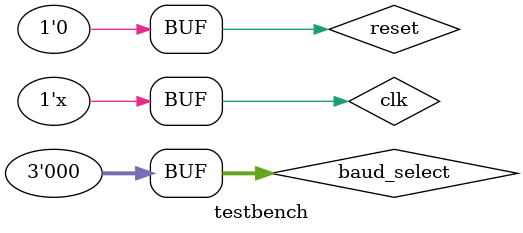
<source format=v>
`timescale 1ns/1ps

module testbench();

	reg clk = 0;
	parameter CLK_HALF_PERIOD = 10;
	reg reset;

	wire sample_ENABLE;
	reg [2:0]baud_select;

	baud_controller mybaud_controller(.reset(reset), .clk(clk), .baud_select(baud_select), .sample_ENABLE(sample_ENABLE));


	always begin
		#CLK_HALF_PERIOD clk = !clk;
	end

	initial begin
		reset = 0;
		baud_select = 3'b111;
		#100 reset = 1;
		#100 reset = 0;
		#1000000reset = 1;
		baud_select = 3'b110;
		#100 reset = 0;
		#1000000reset = 1;
		baud_select = 3'b101;
		#100 reset = 0;
		#1000000reset = 1;
		baud_select = 3'b100;
		#100 reset = 0;
		#1000000reset = 1;
		baud_select = 3'b011;
		#100 reset = 0;
		#1000000reset = 1;
		baud_select = 3'b010;
		#100 reset = 0;
		#1000000reset = 1;
		baud_select = 3'b001;
		#100 reset = 0;
		#1000000reset = 1;
		baud_select = 3'b000;
		#100 reset = 0;

	end

endmodule

</source>
